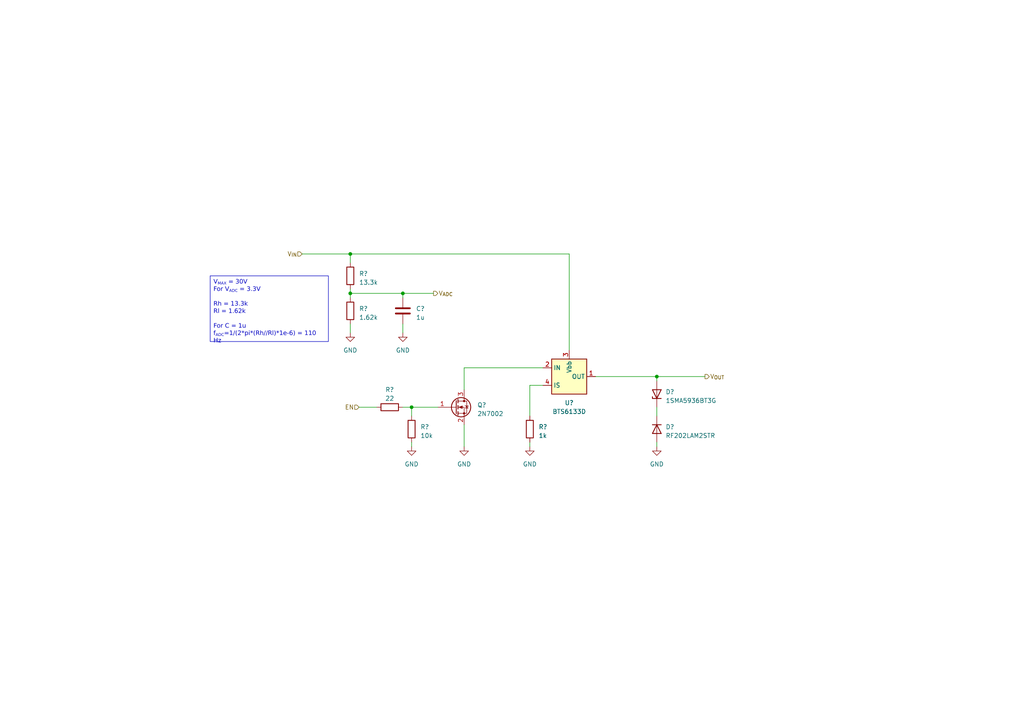
<source format=kicad_sch>
(kicad_sch (version 20230121) (generator eeschema)
  (paper "A4")
  (lib_symbols
    (symbol "Device:C" (pin_numbers hide) (pin_names (offset 0.254))
      (property "Reference" "C" (at 0.635 2.54 0))
      (property "Value" "C" (at 0.635 -2.54 0))
      (symbol "C_0_1"
        (polyline (pts (xy -2.032 -0.762) (xy 2.032 -0.762)) (stroke (width 0.508)))
        (polyline (pts (xy -2.032 0.762) (xy 2.032 0.762)) (stroke (width 0.508)))
      )
      (symbol "C_1_1"
        (pin passive line (at 0 3.81 270) (length 2.794) (name "~") (number "1"))
        (pin passive line (at 0 -3.81 90) (length 2.794) (name "~") (number "2"))
      )
    )
    (symbol "Device:D" (pin_numbers hide) (pin_names (offset 1.016) hide)
      (property "Reference" "D" (at 0 2.54 0))
      (property "Value" "D" (at 0 -2.54 0))
      (symbol "D_0_1"
        (polyline (pts (xy -1.27 1.27) (xy -1.27 -1.27)) (stroke (width 0.254)))
        (polyline (pts (xy 1.27 0) (xy -1.27 0)))
        (polyline (pts (xy 1.27 1.27) (xy 1.27 -1.27) (xy -1.27 0) (xy 1.27 1.27)) (stroke (width 0.254)))
      )
      (symbol "D_1_1"
        (pin passive line (at -3.81 0 0) (length 2.54) (name "K") (number "1"))
        (pin passive line (at 3.81 0 180) (length 2.54) (name "A") (number "2"))
      )
    )
    (symbol "Device:D_Zener" (pin_numbers hide) (pin_names (offset 1.016) hide)
      (property "Reference" "D" (at 0 2.54 0))
      (property "Value" "D_Zener" (at 0 -2.54 0))
      (symbol "D_Zener_0_1"
        (polyline (pts (xy 1.27 0) (xy -1.27 0)))
        (polyline (pts (xy -1.27 -1.27) (xy -1.27 1.27) (xy -0.762 1.27)) (stroke (width 0.254)))
        (polyline (pts (xy 1.27 -1.27) (xy 1.27 1.27) (xy -1.27 0) (xy 1.27 -1.27)) (stroke (width 0.254)))
      )
      (symbol "D_Zener_1_1"
        (pin passive line (at -3.81 0 0) (length 2.54) (name "K") (number "1"))
        (pin passive line (at 3.81 0 180) (length 2.54) (name "A") (number "2"))
      )
    )
    (symbol "Device:R" (pin_numbers hide) (pin_names (offset 0))
      (property "Reference" "R" (at 2.032 0 90))
      (property "Value" "R" (at 0 0 90))
      (symbol "R_0_1"
        (rectangle (start -1.016 -2.54) (end 1.016 2.54) (stroke (width 0.254)))
      )
      (symbol "R_1_1"
        (pin passive line (at 0 3.81 270) (length 1.27) (name "~") (number "1"))
        (pin passive line (at 0 -3.81 90) (length 1.27) (name "~") (number "2"))
      )
    )
    (symbol "Power_Management:BTS6133D"
      (property "Reference" "U" (at -5.08 6.35 0))
      (property "Value" "BTS6133D" (at 8.89 6.35 0))
      (symbol "BTS6133D_0_1"
        (rectangle (start -5.08 5.08) (end 5.08 -5.08) (stroke (width 0.254)) (fill (type background)))
      )
      (symbol "BTS6133D_1_1"
        (pin power_out line (at 7.62 0 180) (length 2.54) (name "OUT") (number "1"))
        (pin input line (at -7.62 2.54 0) (length 2.54) (name "IN") (number "2"))
        (pin power_in line (at 0 7.62 270) (length 2.54) (name "Vbb") (number "3"))
        (pin output line (at -7.62 -2.54 0) (length 2.54) (name "IS") (number "4"))
        (pin passive line (at 7.62 0 180) (length 2.54) hide (name "OUT") (number "5"))
      )
    )
    (symbol "Transistor_FET:2N7002" (pin_names hide)
      (property "Reference" "Q" (at 5.08 1.905 0))
      (property "Value" "2N7002" (at 5.08 0 0))
      (symbol "2N7002_0_1"
        (polyline (pts (xy 0.254 0) (xy -2.54 0)))
        (polyline (pts (xy 0.254 1.905) (xy 0.254 -1.905)) (stroke (width 0.254)))
        (polyline (pts (xy 0.762 -1.27) (xy 0.762 -2.286)) (stroke (width 0.254)))
        (polyline (pts (xy 0.762 0.508) (xy 0.762 -0.508)) (stroke (width 0.254)))
        (polyline (pts (xy 0.762 2.286) (xy 0.762 1.27)) (stroke (width 0.254)))
        (polyline (pts (xy 2.54 2.54) (xy 2.54 1.778)))
        (polyline (pts (xy 2.54 -2.54) (xy 2.54 0) (xy 0.762 0)))
        (polyline (pts (xy 0.762 -1.778) (xy 3.302 -1.778) (xy 3.302 1.778) (xy 0.762 1.778)))
        (polyline (pts (xy 1.016 0) (xy 2.032 0.381) (xy 2.032 -0.381) (xy 1.016 0)) (fill (type outline)))
        (polyline (pts (xy 2.794 0.508) (xy 2.921 0.381) (xy 3.683 0.381) (xy 3.81 0.254)))
        (polyline (pts (xy 3.302 0.381) (xy 2.921 -0.254) (xy 3.683 -0.254) (xy 3.302 0.381)))
        (circle (center 1.651 0) (radius 2.794) (stroke (width 0.254)))
        (circle (center 2.54 -1.778) (radius 0.254) (fill (type outline)))
        (circle (center 2.54 1.778) (radius 0.254) (fill (type outline)))
      )
      (symbol "2N7002_1_1"
        (pin input line (at -5.08 0 0) (length 2.54) (name "G") (number "1"))
        (pin passive line (at 2.54 -5.08 90) (length 2.54) (name "S") (number "2"))
        (pin passive line (at 2.54 5.08 270) (length 2.54) (name "D") (number "3"))
      )
    )
    (symbol "power:GND" (power) (pin_names (offset 0))
      (property "Value" "GND" (at 0 -3.81 0))
      (symbol "GND_0_1"
        (polyline (pts (xy 0 0) (xy 0 -1.27) (xy 1.27 -1.27) (xy 0 -2.54) (xy -1.27 -1.27) (xy 0 -1.27)))
      )
      (symbol "GND_1_1"
        (pin power_in line (at 0 0 270) (length 0) hide (name "GND") (number "1"))
      )
    )
  )
  (junction (at 119.38 118.11))
  (junction (at 190.5 109.22))
  (junction (at 101.6 73.66))
  (junction (at 116.84 85.09))
  (junction (at 101.6 85.09))
  (wire (pts (xy 190.5 109.22) (xy 190.5 110.49)))
  (wire (pts (xy 116.84 85.09) (xy 125.73 85.09)))
  (wire (pts (xy 119.38 118.11) (xy 127 118.11)))
  (wire (pts (xy 116.84 93.98) (xy 116.84 96.52)))
  (wire (pts (xy 104.14 118.11) (xy 109.22 118.11)))
  (wire (pts (xy 153.67 128.27) (xy 153.67 129.54)))
  (wire (pts (xy 116.84 86.36) (xy 116.84 85.09)))
  (wire (pts (xy 101.6 83.82) (xy 101.6 85.09)))
  (wire (pts (xy 134.62 106.68) (xy 157.48 106.68)))
  (wire (pts (xy 116.84 118.11) (xy 119.38 118.11)))
  (wire (pts (xy 101.6 85.09) (xy 101.6 86.36)))
  (wire (pts (xy 153.67 111.76) (xy 157.48 111.76)))
  (wire (pts (xy 134.62 106.68) (xy 134.62 113.03)))
  (wire (pts (xy 101.6 73.66) (xy 165.1 73.66)))
  (wire (pts (xy 101.6 93.98) (xy 101.6 96.52)))
  (wire (pts (xy 87.63 73.66) (xy 101.6 73.66)))
  (wire (pts (xy 101.6 73.66) (xy 101.6 76.2)))
  (wire (pts (xy 190.5 118.11) (xy 190.5 120.65)))
  (wire (pts (xy 172.72 109.22) (xy 190.5 109.22)))
  (wire (pts (xy 101.6 85.09) (xy 116.84 85.09)))
  (wire (pts (xy 165.1 73.66) (xy 165.1 101.6)))
  (wire (pts (xy 119.38 128.27) (xy 119.38 129.54)))
  (wire (pts (xy 119.38 118.11) (xy 119.38 120.65)))
  (wire (pts (xy 190.5 128.27) (xy 190.5 129.54)))
  (wire (pts (xy 190.5 109.22) (xy 204.47 109.22)))
  (wire (pts (xy 134.62 123.19) (xy 134.62 129.54)))
  (wire (pts (xy 153.67 120.65) (xy 153.67 111.76)))
  (text_box "V_{MAX} = 30V\nFor V_{ADC} = 3.3V\n\nRh = 13.3k\nRl = 1.62k\n\nFor C = 1u\nf_{ADC}=1/(2*pi*(Rh//Rl)*1e-6) = 110 Hz" (at 60.96 80.01 0) (size 34.29 19.05) (effects (font (size 1.27 1.27)) (justify left top)))
  (hierarchical_label "V_{IN}" (shape input) (at 87.63 73.66 180))
  (hierarchical_label "V_{ADC}" (shape output) (at 125.73 85.09 0))
  (hierarchical_label "V_{OUT}" (shape output) (at 204.47 109.22 0))
  (hierarchical_label "EN" (shape input) (at 104.14 118.11 180))
  (symbol (lib_id "Transistor_FET:2N7002") (at 132.08 118.11 0) (unit 1)
    (property "Reference" "Q?" (at 138.43 117.475 0) (effects (justify left)))
    (property "Value" "2N7002" (at 138.43 120.015 0) (effects (justify left)))
    (property "Footprint" "Package_TO_SOT_SMD:SOT-23" (effects hide))
    (property "Datasheet" "https://www.onsemi.com/pub/Collateral/NDS7002A-D.PDF" (effects hide))
  )
  (symbol (lib_id "Device:R") (at 101.6 90.17 0) (unit 1)
    (property "Reference" "R?" (at 104.14 89.535 0) (effects (justify left)))
    (property "Value" "1.62k" (at 104.14 92.075 0) (effects (justify left)))
  )
  (symbol (lib_id "power:GND") (at 134.62 129.54 0) (unit 1)
    (property "Reference" "#PWR?" (effects hide))
    (property "Value" "GND" (at 134.62 134.62 0))
  )
  (symbol (lib_id "power:GND") (at 153.67 129.54 0) (unit 1)
    (property "Reference" "#PWR?" (effects hide))
    (property "Value" "GND" (at 153.67 134.62 0))
  )
  (symbol (lib_id "Device:R") (at 119.38 124.46 0) (unit 1)
    (property "Reference" "R?" (at 121.92 123.825 0) (effects (justify left)))
    (property "Value" "10k" (at 121.92 126.365 0) (effects (justify left)))
  )
  (symbol (lib_id "power:GND") (at 119.38 129.54 0) (unit 1)
    (property "Reference" "#PWR?" (effects hide))
    (property "Value" "GND" (at 119.38 134.62 0))
  )
  (symbol (lib_id "power:GND") (at 101.6 96.52 0) (unit 1)
    (property "Reference" "#PWR?" (effects hide))
    (property "Value" "GND" (at 101.6 101.6 0))
  )
  (symbol (lib_id "Device:C") (at 116.84 90.17 0) (unit 1)
    (property "Reference" "C?" (at 120.65 89.535 0) (effects (justify left)))
    (property "Value" "1u" (at 120.65 92.075 0) (effects (justify left)))
  )
  (symbol (lib_id "Device:R") (at 101.6 80.01 0) (unit 1)
    (property "Reference" "R?" (at 104.14 79.375 0) (effects (justify left)))
    (property "Value" "13.3k" (at 104.14 81.915 0) (effects (justify left)))
  )
  (symbol (lib_id "Power_Management:BTS6133D") (at 165.1 109.22 0) (unit 1)
    (property "Reference" "U?" (at 165.1 116.84 0))
    (property "Value" "BTS6133D" (at 165.1 119.38 0))
    (property "Footprint" "Package_TO_SOT_SMD:TO-252-4" (effects hide))
    (property "Datasheet" "http://www.infineon.com/dgdl/Infineon-BTS6133D-DS-v01_00-EN.pdf?fileId=5546d4625a888733015aa3e3286f102a" (effects hide))
  )
  (symbol (lib_id "Device:R") (at 113.03 118.11 90) (unit 1)
    (property "Reference" "R?" (at 113.03 113.03 90))
    (property "Value" "22" (at 113.03 115.57 90))
  )
  (symbol (lib_id "power:GND") (at 190.5 129.54 0) (unit 1)
    (property "Reference" "#PWR?" (effects hide))
    (property "Value" "GND" (at 190.5 134.62 0))
  )
  (symbol (lib_id "Device:D_Zener") (at 190.5 114.3 90) (unit 1)
    (property "Reference" "D?" (at 193.04 113.665 90) (effects (justify right)))
    (property "Value" "1SMA5936BT3G" (at 193.04 116.205 90) (effects (justify right)))
    (property "Footprint" "Diode_SMD:D_SMA" (effects hide))
  )
  (symbol (lib_id "Device:R") (at 153.67 124.46 0) (unit 1)
    (property "Reference" "R?" (at 156.21 123.825 0) (effects (justify left)))
    (property "Value" "1k" (at 156.21 126.365 0) (effects (justify left)))
  )
  (symbol (lib_id "Device:D") (at 190.5 124.46 270) (unit 1)
    (property "Reference" "D?" (at 193.04 123.825 90) (effects (justify left)))
    (property "Value" "RF202LAM2STR" (at 193.04 126.365 90) (effects (justify left)))
    (property "Footprint" "Diode_SMD:D_SOD-128" (effects hide))
    (property "Sim.Device" "D" (effects hide))
    (property "Sim.Pins" "1=K 2=A" (effects hide))
  )
  (symbol (lib_id "power:GND") (at 116.84 96.52 0) (unit 1)
    (property "Reference" "#PWR?" (effects hide))
    (property "Value" "GND" (at 116.84 101.6 0))
  )
)
</source>
